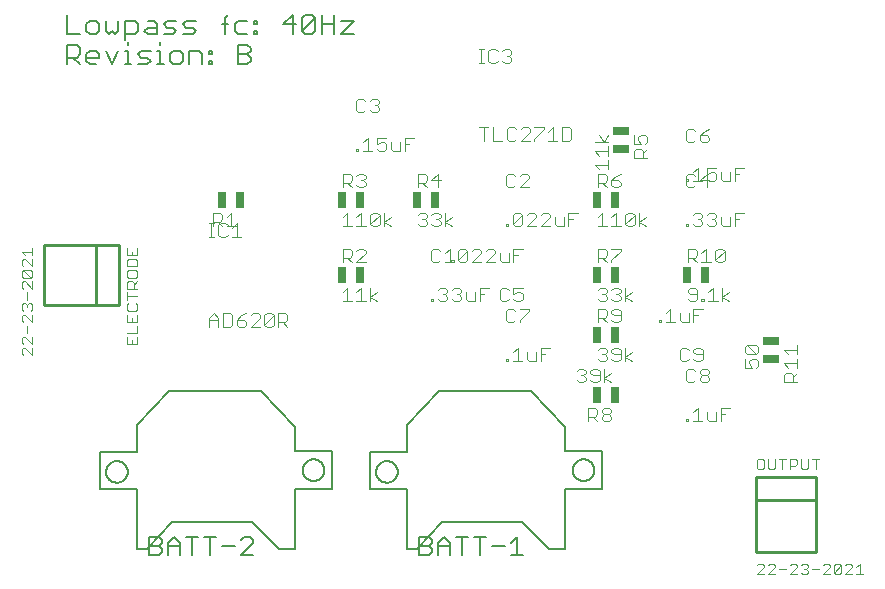
<source format=gto>
G75*
%MOIN*%
%OFA0B0*%
%FSLAX25Y25*%
%IPPOS*%
%LPD*%
%AMOC8*
5,1,8,0,0,1.08239X$1,22.5*
%
%ADD10C,0.00600*%
%ADD11C,0.00500*%
%ADD12C,0.00400*%
%ADD13C,0.01000*%
%ADD14R,0.02559X0.05512*%
%ADD15R,0.05512X0.02559*%
D10*
X0018300Y0177100D02*
X0018300Y0183505D01*
X0021503Y0183505D01*
X0022570Y0182438D01*
X0022570Y0180303D01*
X0021503Y0179235D01*
X0018300Y0179235D01*
X0020435Y0179235D02*
X0022570Y0177100D01*
X0024745Y0178168D02*
X0024745Y0180303D01*
X0025813Y0181370D01*
X0027948Y0181370D01*
X0029016Y0180303D01*
X0029016Y0179235D01*
X0024745Y0179235D01*
X0024745Y0178168D02*
X0025813Y0177100D01*
X0027948Y0177100D01*
X0031191Y0181370D02*
X0033326Y0177100D01*
X0035461Y0181370D01*
X0037636Y0181370D02*
X0038704Y0181370D01*
X0038704Y0177100D01*
X0037636Y0177100D02*
X0039772Y0177100D01*
X0041933Y0177100D02*
X0045136Y0177100D01*
X0046204Y0178168D01*
X0045136Y0179235D01*
X0043001Y0179235D01*
X0041933Y0180303D01*
X0043001Y0181370D01*
X0046204Y0181370D01*
X0048379Y0181370D02*
X0049447Y0181370D01*
X0049447Y0177100D01*
X0050514Y0177100D02*
X0048379Y0177100D01*
X0052676Y0178168D02*
X0052676Y0180303D01*
X0053744Y0181370D01*
X0055879Y0181370D01*
X0056946Y0180303D01*
X0056946Y0178168D01*
X0055879Y0177100D01*
X0053744Y0177100D01*
X0052676Y0178168D01*
X0049447Y0183505D02*
X0049447Y0184573D01*
X0050527Y0187100D02*
X0053730Y0187100D01*
X0054798Y0188168D01*
X0053730Y0189235D01*
X0051595Y0189235D01*
X0050527Y0190303D01*
X0051595Y0191370D01*
X0054798Y0191370D01*
X0056973Y0190303D02*
X0058041Y0191370D01*
X0061243Y0191370D01*
X0060176Y0189235D02*
X0058041Y0189235D01*
X0056973Y0190303D01*
X0060176Y0189235D02*
X0061243Y0188168D01*
X0060176Y0187100D01*
X0056973Y0187100D01*
X0059121Y0181370D02*
X0062324Y0181370D01*
X0063392Y0180303D01*
X0063392Y0177100D01*
X0065567Y0177100D02*
X0065567Y0178168D01*
X0066635Y0178168D01*
X0066635Y0177100D01*
X0065567Y0177100D01*
X0065567Y0180303D02*
X0065567Y0181370D01*
X0066635Y0181370D01*
X0066635Y0180303D01*
X0065567Y0180303D01*
X0059121Y0181370D02*
X0059121Y0177100D01*
X0048352Y0187100D02*
X0045150Y0187100D01*
X0044082Y0188168D01*
X0045150Y0189235D01*
X0048352Y0189235D01*
X0048352Y0190303D02*
X0048352Y0187100D01*
X0048352Y0190303D02*
X0047285Y0191370D01*
X0045150Y0191370D01*
X0041907Y0190303D02*
X0041907Y0188168D01*
X0040839Y0187100D01*
X0037636Y0187100D01*
X0037636Y0184965D02*
X0037636Y0191370D01*
X0040839Y0191370D01*
X0041907Y0190303D01*
X0035461Y0191370D02*
X0035461Y0188168D01*
X0034394Y0187100D01*
X0033326Y0188168D01*
X0032259Y0187100D01*
X0031191Y0188168D01*
X0031191Y0191370D01*
X0029016Y0190303D02*
X0029016Y0188168D01*
X0027948Y0187100D01*
X0025813Y0187100D01*
X0024745Y0188168D01*
X0024745Y0190303D01*
X0025813Y0191370D01*
X0027948Y0191370D01*
X0029016Y0190303D01*
X0022570Y0187100D02*
X0018300Y0187100D01*
X0018300Y0193505D01*
X0038704Y0184573D02*
X0038704Y0183505D01*
X0069864Y0190303D02*
X0071999Y0190303D01*
X0074161Y0190303D02*
X0074161Y0188168D01*
X0075229Y0187100D01*
X0078431Y0187100D01*
X0080606Y0187100D02*
X0080606Y0188168D01*
X0081674Y0188168D01*
X0081674Y0187100D01*
X0080606Y0187100D01*
X0080606Y0190303D02*
X0080606Y0191370D01*
X0081674Y0191370D01*
X0081674Y0190303D01*
X0080606Y0190303D01*
X0078431Y0191370D02*
X0075229Y0191370D01*
X0074161Y0190303D01*
X0071999Y0193505D02*
X0070932Y0192438D01*
X0070932Y0187100D01*
X0075235Y0183505D02*
X0078438Y0183505D01*
X0079506Y0182438D01*
X0079506Y0181370D01*
X0078438Y0180303D01*
X0075235Y0180303D01*
X0075235Y0183505D02*
X0075235Y0177100D01*
X0078438Y0177100D01*
X0079506Y0178168D01*
X0079506Y0179235D01*
X0078438Y0180303D01*
X0090275Y0190303D02*
X0094545Y0190303D01*
X0096720Y0188168D02*
X0096720Y0192438D01*
X0097788Y0193505D01*
X0099923Y0193505D01*
X0100991Y0192438D01*
X0096720Y0188168D01*
X0097788Y0187100D01*
X0099923Y0187100D01*
X0100991Y0188168D01*
X0100991Y0192438D01*
X0103166Y0193505D02*
X0103166Y0187100D01*
X0103166Y0190303D02*
X0107436Y0190303D01*
X0109611Y0191370D02*
X0113882Y0191370D01*
X0109611Y0187100D01*
X0113882Y0187100D01*
X0107436Y0187100D02*
X0107436Y0193505D01*
X0093477Y0193505D02*
X0093477Y0187100D01*
X0090275Y0190303D02*
X0093477Y0193505D01*
D11*
X0045000Y0015611D02*
X0041780Y0015611D01*
X0041780Y0035343D01*
X0029260Y0035343D01*
X0029260Y0047863D01*
X0041780Y0047863D01*
X0041780Y0056863D01*
X0052331Y0068020D01*
X0083063Y0068020D01*
X0094220Y0056257D01*
X0094220Y0048257D01*
X0106740Y0048257D01*
X0106740Y0035343D01*
X0094220Y0035343D01*
X0094220Y0015611D01*
X0089000Y0015611D01*
X0080000Y0024461D01*
X0053425Y0024461D01*
X0045000Y0015611D01*
X0045787Y0016447D02*
X0048839Y0016447D01*
X0049857Y0015430D01*
X0049857Y0014412D01*
X0048839Y0013395D01*
X0045787Y0013395D01*
X0045787Y0019500D01*
X0048839Y0019500D01*
X0049857Y0018483D01*
X0049857Y0017465D01*
X0048839Y0016447D01*
X0051864Y0016447D02*
X0055934Y0016447D01*
X0055934Y0017465D02*
X0055934Y0013395D01*
X0059976Y0013395D02*
X0059976Y0019500D01*
X0057941Y0019500D02*
X0062011Y0019500D01*
X0064018Y0019500D02*
X0068089Y0019500D01*
X0066053Y0019500D02*
X0066053Y0013395D01*
X0070096Y0016447D02*
X0074166Y0016447D01*
X0076173Y0018483D02*
X0077190Y0019500D01*
X0079225Y0019500D01*
X0080243Y0018483D01*
X0080243Y0017465D01*
X0076173Y0013395D01*
X0080243Y0013395D01*
X0055934Y0017465D02*
X0053899Y0019500D01*
X0051864Y0017465D01*
X0051864Y0013395D01*
X0031323Y0041194D02*
X0031325Y0041314D01*
X0031331Y0041434D01*
X0031341Y0041553D01*
X0031355Y0041672D01*
X0031373Y0041791D01*
X0031394Y0041909D01*
X0031420Y0042026D01*
X0031450Y0042142D01*
X0031483Y0042257D01*
X0031520Y0042371D01*
X0031561Y0042483D01*
X0031606Y0042595D01*
X0031655Y0042704D01*
X0031707Y0042812D01*
X0031762Y0042919D01*
X0031821Y0043023D01*
X0031884Y0043125D01*
X0031950Y0043225D01*
X0032019Y0043323D01*
X0032091Y0043419D01*
X0032167Y0043512D01*
X0032245Y0043602D01*
X0032327Y0043690D01*
X0032411Y0043775D01*
X0032498Y0043858D01*
X0032588Y0043937D01*
X0032681Y0044013D01*
X0032776Y0044086D01*
X0032873Y0044156D01*
X0032973Y0044223D01*
X0033074Y0044286D01*
X0033178Y0044346D01*
X0033284Y0044403D01*
X0033391Y0044456D01*
X0033501Y0044505D01*
X0033612Y0044551D01*
X0033724Y0044593D01*
X0033838Y0044631D01*
X0033952Y0044665D01*
X0034068Y0044696D01*
X0034185Y0044722D01*
X0034303Y0044745D01*
X0034421Y0044764D01*
X0034540Y0044779D01*
X0034660Y0044790D01*
X0034779Y0044797D01*
X0034899Y0044800D01*
X0035019Y0044799D01*
X0035139Y0044794D01*
X0035258Y0044785D01*
X0035377Y0044772D01*
X0035496Y0044755D01*
X0035614Y0044734D01*
X0035731Y0044710D01*
X0035848Y0044681D01*
X0035963Y0044649D01*
X0036077Y0044612D01*
X0036190Y0044572D01*
X0036302Y0044528D01*
X0036412Y0044481D01*
X0036521Y0044430D01*
X0036627Y0044375D01*
X0036732Y0044317D01*
X0036835Y0044255D01*
X0036936Y0044190D01*
X0037034Y0044122D01*
X0037130Y0044050D01*
X0037224Y0043976D01*
X0037315Y0043898D01*
X0037404Y0043817D01*
X0037489Y0043733D01*
X0037572Y0043647D01*
X0037652Y0043557D01*
X0037730Y0043466D01*
X0037803Y0043371D01*
X0037874Y0043275D01*
X0037942Y0043176D01*
X0038006Y0043074D01*
X0038067Y0042971D01*
X0038124Y0042866D01*
X0038178Y0042759D01*
X0038228Y0042650D01*
X0038275Y0042539D01*
X0038318Y0042427D01*
X0038357Y0042314D01*
X0038392Y0042199D01*
X0038423Y0042084D01*
X0038451Y0041967D01*
X0038475Y0041850D01*
X0038495Y0041731D01*
X0038511Y0041613D01*
X0038523Y0041493D01*
X0038531Y0041374D01*
X0038535Y0041254D01*
X0038535Y0041134D01*
X0038531Y0041014D01*
X0038523Y0040895D01*
X0038511Y0040775D01*
X0038495Y0040657D01*
X0038475Y0040538D01*
X0038451Y0040421D01*
X0038423Y0040304D01*
X0038392Y0040189D01*
X0038357Y0040074D01*
X0038318Y0039961D01*
X0038275Y0039849D01*
X0038228Y0039738D01*
X0038178Y0039629D01*
X0038124Y0039522D01*
X0038067Y0039417D01*
X0038006Y0039314D01*
X0037942Y0039212D01*
X0037874Y0039113D01*
X0037803Y0039017D01*
X0037730Y0038922D01*
X0037652Y0038831D01*
X0037572Y0038741D01*
X0037489Y0038655D01*
X0037404Y0038571D01*
X0037315Y0038490D01*
X0037224Y0038412D01*
X0037130Y0038338D01*
X0037034Y0038266D01*
X0036936Y0038198D01*
X0036835Y0038133D01*
X0036732Y0038071D01*
X0036627Y0038013D01*
X0036521Y0037958D01*
X0036412Y0037907D01*
X0036302Y0037860D01*
X0036190Y0037816D01*
X0036077Y0037776D01*
X0035963Y0037739D01*
X0035848Y0037707D01*
X0035731Y0037678D01*
X0035614Y0037654D01*
X0035496Y0037633D01*
X0035377Y0037616D01*
X0035258Y0037603D01*
X0035139Y0037594D01*
X0035019Y0037589D01*
X0034899Y0037588D01*
X0034779Y0037591D01*
X0034660Y0037598D01*
X0034540Y0037609D01*
X0034421Y0037624D01*
X0034303Y0037643D01*
X0034185Y0037666D01*
X0034068Y0037692D01*
X0033952Y0037723D01*
X0033838Y0037757D01*
X0033724Y0037795D01*
X0033612Y0037837D01*
X0033501Y0037883D01*
X0033391Y0037932D01*
X0033284Y0037985D01*
X0033178Y0038042D01*
X0033074Y0038102D01*
X0032973Y0038165D01*
X0032873Y0038232D01*
X0032776Y0038302D01*
X0032681Y0038375D01*
X0032588Y0038451D01*
X0032498Y0038530D01*
X0032411Y0038613D01*
X0032327Y0038698D01*
X0032245Y0038786D01*
X0032167Y0038876D01*
X0032091Y0038969D01*
X0032019Y0039065D01*
X0031950Y0039163D01*
X0031884Y0039263D01*
X0031821Y0039365D01*
X0031762Y0039469D01*
X0031707Y0039576D01*
X0031655Y0039684D01*
X0031606Y0039793D01*
X0031561Y0039905D01*
X0031520Y0040017D01*
X0031483Y0040131D01*
X0031450Y0040246D01*
X0031420Y0040362D01*
X0031394Y0040479D01*
X0031373Y0040597D01*
X0031355Y0040716D01*
X0031341Y0040835D01*
X0031331Y0040954D01*
X0031325Y0041074D01*
X0031323Y0041194D01*
X0096890Y0041800D02*
X0096892Y0041920D01*
X0096898Y0042040D01*
X0096908Y0042159D01*
X0096922Y0042278D01*
X0096940Y0042397D01*
X0096961Y0042515D01*
X0096987Y0042632D01*
X0097017Y0042748D01*
X0097050Y0042863D01*
X0097087Y0042977D01*
X0097128Y0043089D01*
X0097173Y0043201D01*
X0097222Y0043310D01*
X0097274Y0043418D01*
X0097329Y0043525D01*
X0097388Y0043629D01*
X0097451Y0043731D01*
X0097517Y0043831D01*
X0097586Y0043929D01*
X0097658Y0044025D01*
X0097734Y0044118D01*
X0097812Y0044208D01*
X0097894Y0044296D01*
X0097978Y0044381D01*
X0098065Y0044464D01*
X0098155Y0044543D01*
X0098248Y0044619D01*
X0098343Y0044692D01*
X0098440Y0044762D01*
X0098540Y0044829D01*
X0098641Y0044892D01*
X0098745Y0044952D01*
X0098851Y0045009D01*
X0098958Y0045062D01*
X0099068Y0045111D01*
X0099179Y0045157D01*
X0099291Y0045199D01*
X0099405Y0045237D01*
X0099519Y0045271D01*
X0099635Y0045302D01*
X0099752Y0045328D01*
X0099870Y0045351D01*
X0099988Y0045370D01*
X0100107Y0045385D01*
X0100227Y0045396D01*
X0100346Y0045403D01*
X0100466Y0045406D01*
X0100586Y0045405D01*
X0100706Y0045400D01*
X0100825Y0045391D01*
X0100944Y0045378D01*
X0101063Y0045361D01*
X0101181Y0045340D01*
X0101298Y0045316D01*
X0101415Y0045287D01*
X0101530Y0045255D01*
X0101644Y0045218D01*
X0101757Y0045178D01*
X0101869Y0045134D01*
X0101979Y0045087D01*
X0102088Y0045036D01*
X0102194Y0044981D01*
X0102299Y0044923D01*
X0102402Y0044861D01*
X0102503Y0044796D01*
X0102601Y0044728D01*
X0102697Y0044656D01*
X0102791Y0044582D01*
X0102882Y0044504D01*
X0102971Y0044423D01*
X0103056Y0044339D01*
X0103139Y0044253D01*
X0103219Y0044163D01*
X0103297Y0044072D01*
X0103370Y0043977D01*
X0103441Y0043881D01*
X0103509Y0043782D01*
X0103573Y0043680D01*
X0103634Y0043577D01*
X0103691Y0043472D01*
X0103745Y0043365D01*
X0103795Y0043256D01*
X0103842Y0043145D01*
X0103885Y0043033D01*
X0103924Y0042920D01*
X0103959Y0042805D01*
X0103990Y0042690D01*
X0104018Y0042573D01*
X0104042Y0042456D01*
X0104062Y0042337D01*
X0104078Y0042219D01*
X0104090Y0042099D01*
X0104098Y0041980D01*
X0104102Y0041860D01*
X0104102Y0041740D01*
X0104098Y0041620D01*
X0104090Y0041501D01*
X0104078Y0041381D01*
X0104062Y0041263D01*
X0104042Y0041144D01*
X0104018Y0041027D01*
X0103990Y0040910D01*
X0103959Y0040795D01*
X0103924Y0040680D01*
X0103885Y0040567D01*
X0103842Y0040455D01*
X0103795Y0040344D01*
X0103745Y0040235D01*
X0103691Y0040128D01*
X0103634Y0040023D01*
X0103573Y0039920D01*
X0103509Y0039818D01*
X0103441Y0039719D01*
X0103370Y0039623D01*
X0103297Y0039528D01*
X0103219Y0039437D01*
X0103139Y0039347D01*
X0103056Y0039261D01*
X0102971Y0039177D01*
X0102882Y0039096D01*
X0102791Y0039018D01*
X0102697Y0038944D01*
X0102601Y0038872D01*
X0102503Y0038804D01*
X0102402Y0038739D01*
X0102299Y0038677D01*
X0102194Y0038619D01*
X0102088Y0038564D01*
X0101979Y0038513D01*
X0101869Y0038466D01*
X0101757Y0038422D01*
X0101644Y0038382D01*
X0101530Y0038345D01*
X0101415Y0038313D01*
X0101298Y0038284D01*
X0101181Y0038260D01*
X0101063Y0038239D01*
X0100944Y0038222D01*
X0100825Y0038209D01*
X0100706Y0038200D01*
X0100586Y0038195D01*
X0100466Y0038194D01*
X0100346Y0038197D01*
X0100227Y0038204D01*
X0100107Y0038215D01*
X0099988Y0038230D01*
X0099870Y0038249D01*
X0099752Y0038272D01*
X0099635Y0038298D01*
X0099519Y0038329D01*
X0099405Y0038363D01*
X0099291Y0038401D01*
X0099179Y0038443D01*
X0099068Y0038489D01*
X0098958Y0038538D01*
X0098851Y0038591D01*
X0098745Y0038648D01*
X0098641Y0038708D01*
X0098540Y0038771D01*
X0098440Y0038838D01*
X0098343Y0038908D01*
X0098248Y0038981D01*
X0098155Y0039057D01*
X0098065Y0039136D01*
X0097978Y0039219D01*
X0097894Y0039304D01*
X0097812Y0039392D01*
X0097734Y0039482D01*
X0097658Y0039575D01*
X0097586Y0039671D01*
X0097517Y0039769D01*
X0097451Y0039869D01*
X0097388Y0039971D01*
X0097329Y0040075D01*
X0097274Y0040182D01*
X0097222Y0040290D01*
X0097173Y0040399D01*
X0097128Y0040511D01*
X0097087Y0040623D01*
X0097050Y0040737D01*
X0097017Y0040852D01*
X0096987Y0040968D01*
X0096961Y0041085D01*
X0096940Y0041203D01*
X0096922Y0041322D01*
X0096908Y0041441D01*
X0096898Y0041560D01*
X0096892Y0041680D01*
X0096890Y0041800D01*
X0119260Y0047863D02*
X0119260Y0035343D01*
X0131780Y0035343D01*
X0131780Y0015611D01*
X0135000Y0015611D01*
X0143425Y0024461D01*
X0170000Y0024461D01*
X0179000Y0015611D01*
X0184220Y0015611D01*
X0184220Y0035343D01*
X0196740Y0035343D01*
X0196740Y0048257D01*
X0184220Y0048257D01*
X0184220Y0056257D01*
X0173063Y0068020D01*
X0142331Y0068020D01*
X0131780Y0056863D01*
X0131780Y0047863D01*
X0119260Y0047863D01*
X0121323Y0041194D02*
X0121325Y0041314D01*
X0121331Y0041434D01*
X0121341Y0041553D01*
X0121355Y0041672D01*
X0121373Y0041791D01*
X0121394Y0041909D01*
X0121420Y0042026D01*
X0121450Y0042142D01*
X0121483Y0042257D01*
X0121520Y0042371D01*
X0121561Y0042483D01*
X0121606Y0042595D01*
X0121655Y0042704D01*
X0121707Y0042812D01*
X0121762Y0042919D01*
X0121821Y0043023D01*
X0121884Y0043125D01*
X0121950Y0043225D01*
X0122019Y0043323D01*
X0122091Y0043419D01*
X0122167Y0043512D01*
X0122245Y0043602D01*
X0122327Y0043690D01*
X0122411Y0043775D01*
X0122498Y0043858D01*
X0122588Y0043937D01*
X0122681Y0044013D01*
X0122776Y0044086D01*
X0122873Y0044156D01*
X0122973Y0044223D01*
X0123074Y0044286D01*
X0123178Y0044346D01*
X0123284Y0044403D01*
X0123391Y0044456D01*
X0123501Y0044505D01*
X0123612Y0044551D01*
X0123724Y0044593D01*
X0123838Y0044631D01*
X0123952Y0044665D01*
X0124068Y0044696D01*
X0124185Y0044722D01*
X0124303Y0044745D01*
X0124421Y0044764D01*
X0124540Y0044779D01*
X0124660Y0044790D01*
X0124779Y0044797D01*
X0124899Y0044800D01*
X0125019Y0044799D01*
X0125139Y0044794D01*
X0125258Y0044785D01*
X0125377Y0044772D01*
X0125496Y0044755D01*
X0125614Y0044734D01*
X0125731Y0044710D01*
X0125848Y0044681D01*
X0125963Y0044649D01*
X0126077Y0044612D01*
X0126190Y0044572D01*
X0126302Y0044528D01*
X0126412Y0044481D01*
X0126521Y0044430D01*
X0126627Y0044375D01*
X0126732Y0044317D01*
X0126835Y0044255D01*
X0126936Y0044190D01*
X0127034Y0044122D01*
X0127130Y0044050D01*
X0127224Y0043976D01*
X0127315Y0043898D01*
X0127404Y0043817D01*
X0127489Y0043733D01*
X0127572Y0043647D01*
X0127652Y0043557D01*
X0127730Y0043466D01*
X0127803Y0043371D01*
X0127874Y0043275D01*
X0127942Y0043176D01*
X0128006Y0043074D01*
X0128067Y0042971D01*
X0128124Y0042866D01*
X0128178Y0042759D01*
X0128228Y0042650D01*
X0128275Y0042539D01*
X0128318Y0042427D01*
X0128357Y0042314D01*
X0128392Y0042199D01*
X0128423Y0042084D01*
X0128451Y0041967D01*
X0128475Y0041850D01*
X0128495Y0041731D01*
X0128511Y0041613D01*
X0128523Y0041493D01*
X0128531Y0041374D01*
X0128535Y0041254D01*
X0128535Y0041134D01*
X0128531Y0041014D01*
X0128523Y0040895D01*
X0128511Y0040775D01*
X0128495Y0040657D01*
X0128475Y0040538D01*
X0128451Y0040421D01*
X0128423Y0040304D01*
X0128392Y0040189D01*
X0128357Y0040074D01*
X0128318Y0039961D01*
X0128275Y0039849D01*
X0128228Y0039738D01*
X0128178Y0039629D01*
X0128124Y0039522D01*
X0128067Y0039417D01*
X0128006Y0039314D01*
X0127942Y0039212D01*
X0127874Y0039113D01*
X0127803Y0039017D01*
X0127730Y0038922D01*
X0127652Y0038831D01*
X0127572Y0038741D01*
X0127489Y0038655D01*
X0127404Y0038571D01*
X0127315Y0038490D01*
X0127224Y0038412D01*
X0127130Y0038338D01*
X0127034Y0038266D01*
X0126936Y0038198D01*
X0126835Y0038133D01*
X0126732Y0038071D01*
X0126627Y0038013D01*
X0126521Y0037958D01*
X0126412Y0037907D01*
X0126302Y0037860D01*
X0126190Y0037816D01*
X0126077Y0037776D01*
X0125963Y0037739D01*
X0125848Y0037707D01*
X0125731Y0037678D01*
X0125614Y0037654D01*
X0125496Y0037633D01*
X0125377Y0037616D01*
X0125258Y0037603D01*
X0125139Y0037594D01*
X0125019Y0037589D01*
X0124899Y0037588D01*
X0124779Y0037591D01*
X0124660Y0037598D01*
X0124540Y0037609D01*
X0124421Y0037624D01*
X0124303Y0037643D01*
X0124185Y0037666D01*
X0124068Y0037692D01*
X0123952Y0037723D01*
X0123838Y0037757D01*
X0123724Y0037795D01*
X0123612Y0037837D01*
X0123501Y0037883D01*
X0123391Y0037932D01*
X0123284Y0037985D01*
X0123178Y0038042D01*
X0123074Y0038102D01*
X0122973Y0038165D01*
X0122873Y0038232D01*
X0122776Y0038302D01*
X0122681Y0038375D01*
X0122588Y0038451D01*
X0122498Y0038530D01*
X0122411Y0038613D01*
X0122327Y0038698D01*
X0122245Y0038786D01*
X0122167Y0038876D01*
X0122091Y0038969D01*
X0122019Y0039065D01*
X0121950Y0039163D01*
X0121884Y0039263D01*
X0121821Y0039365D01*
X0121762Y0039469D01*
X0121707Y0039576D01*
X0121655Y0039684D01*
X0121606Y0039793D01*
X0121561Y0039905D01*
X0121520Y0040017D01*
X0121483Y0040131D01*
X0121450Y0040246D01*
X0121420Y0040362D01*
X0121394Y0040479D01*
X0121373Y0040597D01*
X0121355Y0040716D01*
X0121341Y0040835D01*
X0121331Y0040954D01*
X0121325Y0041074D01*
X0121323Y0041194D01*
X0135787Y0019500D02*
X0138839Y0019500D01*
X0139857Y0018483D01*
X0139857Y0017465D01*
X0138839Y0016447D01*
X0135787Y0016447D01*
X0135787Y0013395D02*
X0138839Y0013395D01*
X0139857Y0014412D01*
X0139857Y0015430D01*
X0138839Y0016447D01*
X0141864Y0016447D02*
X0145934Y0016447D01*
X0145934Y0017465D02*
X0145934Y0013395D01*
X0141864Y0013395D02*
X0141864Y0017465D01*
X0143899Y0019500D01*
X0145934Y0017465D01*
X0147941Y0019500D02*
X0152011Y0019500D01*
X0154018Y0019500D02*
X0158089Y0019500D01*
X0156053Y0019500D02*
X0156053Y0013395D01*
X0160096Y0016447D02*
X0164166Y0016447D01*
X0166173Y0017465D02*
X0168208Y0019500D01*
X0168208Y0013395D01*
X0166173Y0013395D02*
X0170243Y0013395D01*
X0149976Y0013395D02*
X0149976Y0019500D01*
X0135787Y0019500D02*
X0135787Y0013395D01*
X0186890Y0041800D02*
X0186892Y0041920D01*
X0186898Y0042040D01*
X0186908Y0042159D01*
X0186922Y0042278D01*
X0186940Y0042397D01*
X0186961Y0042515D01*
X0186987Y0042632D01*
X0187017Y0042748D01*
X0187050Y0042863D01*
X0187087Y0042977D01*
X0187128Y0043089D01*
X0187173Y0043201D01*
X0187222Y0043310D01*
X0187274Y0043418D01*
X0187329Y0043525D01*
X0187388Y0043629D01*
X0187451Y0043731D01*
X0187517Y0043831D01*
X0187586Y0043929D01*
X0187658Y0044025D01*
X0187734Y0044118D01*
X0187812Y0044208D01*
X0187894Y0044296D01*
X0187978Y0044381D01*
X0188065Y0044464D01*
X0188155Y0044543D01*
X0188248Y0044619D01*
X0188343Y0044692D01*
X0188440Y0044762D01*
X0188540Y0044829D01*
X0188641Y0044892D01*
X0188745Y0044952D01*
X0188851Y0045009D01*
X0188958Y0045062D01*
X0189068Y0045111D01*
X0189179Y0045157D01*
X0189291Y0045199D01*
X0189405Y0045237D01*
X0189519Y0045271D01*
X0189635Y0045302D01*
X0189752Y0045328D01*
X0189870Y0045351D01*
X0189988Y0045370D01*
X0190107Y0045385D01*
X0190227Y0045396D01*
X0190346Y0045403D01*
X0190466Y0045406D01*
X0190586Y0045405D01*
X0190706Y0045400D01*
X0190825Y0045391D01*
X0190944Y0045378D01*
X0191063Y0045361D01*
X0191181Y0045340D01*
X0191298Y0045316D01*
X0191415Y0045287D01*
X0191530Y0045255D01*
X0191644Y0045218D01*
X0191757Y0045178D01*
X0191869Y0045134D01*
X0191979Y0045087D01*
X0192088Y0045036D01*
X0192194Y0044981D01*
X0192299Y0044923D01*
X0192402Y0044861D01*
X0192503Y0044796D01*
X0192601Y0044728D01*
X0192697Y0044656D01*
X0192791Y0044582D01*
X0192882Y0044504D01*
X0192971Y0044423D01*
X0193056Y0044339D01*
X0193139Y0044253D01*
X0193219Y0044163D01*
X0193297Y0044072D01*
X0193370Y0043977D01*
X0193441Y0043881D01*
X0193509Y0043782D01*
X0193573Y0043680D01*
X0193634Y0043577D01*
X0193691Y0043472D01*
X0193745Y0043365D01*
X0193795Y0043256D01*
X0193842Y0043145D01*
X0193885Y0043033D01*
X0193924Y0042920D01*
X0193959Y0042805D01*
X0193990Y0042690D01*
X0194018Y0042573D01*
X0194042Y0042456D01*
X0194062Y0042337D01*
X0194078Y0042219D01*
X0194090Y0042099D01*
X0194098Y0041980D01*
X0194102Y0041860D01*
X0194102Y0041740D01*
X0194098Y0041620D01*
X0194090Y0041501D01*
X0194078Y0041381D01*
X0194062Y0041263D01*
X0194042Y0041144D01*
X0194018Y0041027D01*
X0193990Y0040910D01*
X0193959Y0040795D01*
X0193924Y0040680D01*
X0193885Y0040567D01*
X0193842Y0040455D01*
X0193795Y0040344D01*
X0193745Y0040235D01*
X0193691Y0040128D01*
X0193634Y0040023D01*
X0193573Y0039920D01*
X0193509Y0039818D01*
X0193441Y0039719D01*
X0193370Y0039623D01*
X0193297Y0039528D01*
X0193219Y0039437D01*
X0193139Y0039347D01*
X0193056Y0039261D01*
X0192971Y0039177D01*
X0192882Y0039096D01*
X0192791Y0039018D01*
X0192697Y0038944D01*
X0192601Y0038872D01*
X0192503Y0038804D01*
X0192402Y0038739D01*
X0192299Y0038677D01*
X0192194Y0038619D01*
X0192088Y0038564D01*
X0191979Y0038513D01*
X0191869Y0038466D01*
X0191757Y0038422D01*
X0191644Y0038382D01*
X0191530Y0038345D01*
X0191415Y0038313D01*
X0191298Y0038284D01*
X0191181Y0038260D01*
X0191063Y0038239D01*
X0190944Y0038222D01*
X0190825Y0038209D01*
X0190706Y0038200D01*
X0190586Y0038195D01*
X0190466Y0038194D01*
X0190346Y0038197D01*
X0190227Y0038204D01*
X0190107Y0038215D01*
X0189988Y0038230D01*
X0189870Y0038249D01*
X0189752Y0038272D01*
X0189635Y0038298D01*
X0189519Y0038329D01*
X0189405Y0038363D01*
X0189291Y0038401D01*
X0189179Y0038443D01*
X0189068Y0038489D01*
X0188958Y0038538D01*
X0188851Y0038591D01*
X0188745Y0038648D01*
X0188641Y0038708D01*
X0188540Y0038771D01*
X0188440Y0038838D01*
X0188343Y0038908D01*
X0188248Y0038981D01*
X0188155Y0039057D01*
X0188065Y0039136D01*
X0187978Y0039219D01*
X0187894Y0039304D01*
X0187812Y0039392D01*
X0187734Y0039482D01*
X0187658Y0039575D01*
X0187586Y0039671D01*
X0187517Y0039769D01*
X0187451Y0039869D01*
X0187388Y0039971D01*
X0187329Y0040075D01*
X0187274Y0040182D01*
X0187222Y0040290D01*
X0187173Y0040399D01*
X0187128Y0040511D01*
X0187087Y0040623D01*
X0187050Y0040737D01*
X0187017Y0040852D01*
X0186987Y0040968D01*
X0186961Y0041085D01*
X0186940Y0041203D01*
X0186922Y0041322D01*
X0186908Y0041441D01*
X0186898Y0041560D01*
X0186892Y0041680D01*
X0186890Y0041800D01*
D12*
X0191992Y0058000D02*
X0191992Y0062604D01*
X0194294Y0062604D01*
X0195061Y0061837D01*
X0195061Y0060302D01*
X0194294Y0059535D01*
X0191992Y0059535D01*
X0193527Y0059535D02*
X0195061Y0058000D01*
X0196596Y0058767D02*
X0196596Y0059535D01*
X0197363Y0060302D01*
X0198898Y0060302D01*
X0199665Y0059535D01*
X0199665Y0058767D01*
X0198898Y0058000D01*
X0197363Y0058000D01*
X0196596Y0058767D01*
X0197363Y0060302D02*
X0196596Y0061069D01*
X0196596Y0061837D01*
X0197363Y0062604D01*
X0198898Y0062604D01*
X0199665Y0061837D01*
X0199665Y0061069D01*
X0198898Y0060302D01*
X0199665Y0071000D02*
X0197363Y0072535D01*
X0199665Y0074069D01*
X0197363Y0075604D02*
X0197363Y0071000D01*
X0195829Y0071767D02*
X0195829Y0074837D01*
X0195061Y0075604D01*
X0193527Y0075604D01*
X0192759Y0074837D01*
X0192759Y0074069D01*
X0193527Y0073302D01*
X0195829Y0073302D01*
X0195829Y0071767D02*
X0195061Y0071000D01*
X0193527Y0071000D01*
X0192759Y0071767D01*
X0191225Y0071767D02*
X0190457Y0071000D01*
X0188923Y0071000D01*
X0188156Y0071767D01*
X0189690Y0073302D02*
X0190457Y0073302D01*
X0191225Y0072535D01*
X0191225Y0071767D01*
X0190457Y0073302D02*
X0191225Y0074069D01*
X0191225Y0074837D01*
X0190457Y0075604D01*
X0188923Y0075604D01*
X0188156Y0074837D01*
X0195200Y0078767D02*
X0195967Y0078000D01*
X0197502Y0078000D01*
X0198269Y0078767D01*
X0198269Y0079535D01*
X0197502Y0080302D01*
X0196735Y0080302D01*
X0197502Y0080302D02*
X0198269Y0081069D01*
X0198269Y0081837D01*
X0197502Y0082604D01*
X0195967Y0082604D01*
X0195200Y0081837D01*
X0199804Y0081837D02*
X0199804Y0081069D01*
X0200571Y0080302D01*
X0202873Y0080302D01*
X0202873Y0078767D02*
X0202873Y0081837D01*
X0202106Y0082604D01*
X0200571Y0082604D01*
X0199804Y0081837D01*
X0199804Y0078767D02*
X0200571Y0078000D01*
X0202106Y0078000D01*
X0202873Y0078767D01*
X0204408Y0078000D02*
X0204408Y0082604D01*
X0206710Y0081069D02*
X0204408Y0079535D01*
X0206710Y0078000D01*
X0222492Y0078767D02*
X0223259Y0078000D01*
X0224794Y0078000D01*
X0225561Y0078767D01*
X0227096Y0078767D02*
X0227863Y0078000D01*
X0229398Y0078000D01*
X0230165Y0078767D01*
X0230165Y0081837D01*
X0229398Y0082604D01*
X0227863Y0082604D01*
X0227096Y0081837D01*
X0227096Y0081069D01*
X0227863Y0080302D01*
X0230165Y0080302D01*
X0225561Y0081837D02*
X0224794Y0082604D01*
X0223259Y0082604D01*
X0222492Y0081837D01*
X0222492Y0078767D01*
X0225467Y0075604D02*
X0224700Y0074837D01*
X0224700Y0071767D01*
X0225467Y0071000D01*
X0227002Y0071000D01*
X0227769Y0071767D01*
X0229304Y0071767D02*
X0229304Y0072535D01*
X0230071Y0073302D01*
X0231606Y0073302D01*
X0232373Y0072535D01*
X0232373Y0071767D01*
X0231606Y0071000D01*
X0230071Y0071000D01*
X0229304Y0071767D01*
X0230071Y0073302D02*
X0229304Y0074069D01*
X0229304Y0074837D01*
X0230071Y0075604D01*
X0231606Y0075604D01*
X0232373Y0074837D01*
X0232373Y0074069D01*
X0231606Y0073302D01*
X0227769Y0074837D02*
X0227002Y0075604D01*
X0225467Y0075604D01*
X0228537Y0062604D02*
X0228537Y0058000D01*
X0230071Y0058000D02*
X0227002Y0058000D01*
X0225467Y0058000D02*
X0225467Y0058767D01*
X0224700Y0058767D01*
X0224700Y0058000D01*
X0225467Y0058000D01*
X0227002Y0061069D02*
X0228537Y0062604D01*
X0231606Y0061069D02*
X0231606Y0058767D01*
X0232373Y0058000D01*
X0234675Y0058000D01*
X0234675Y0061069D01*
X0236210Y0060302D02*
X0237744Y0060302D01*
X0236210Y0058000D02*
X0236210Y0062604D01*
X0239279Y0062604D01*
X0244196Y0075792D02*
X0246498Y0075792D01*
X0245731Y0077327D01*
X0245731Y0078094D01*
X0246498Y0078861D01*
X0248033Y0078861D01*
X0248800Y0078094D01*
X0248800Y0076559D01*
X0248033Y0075792D01*
X0244196Y0075792D02*
X0244196Y0078861D01*
X0244963Y0080396D02*
X0244196Y0081163D01*
X0244196Y0082698D01*
X0244963Y0083465D01*
X0248033Y0080396D01*
X0248800Y0081163D01*
X0248800Y0082698D01*
X0248033Y0083465D01*
X0244963Y0083465D01*
X0244963Y0080396D02*
X0248033Y0080396D01*
X0257196Y0081931D02*
X0258731Y0080396D01*
X0257196Y0081931D02*
X0261800Y0081931D01*
X0261800Y0083465D02*
X0261800Y0080396D01*
X0261800Y0078861D02*
X0261800Y0075792D01*
X0261800Y0074257D02*
X0260265Y0072723D01*
X0260265Y0073490D02*
X0260265Y0071188D01*
X0261800Y0071188D02*
X0257196Y0071188D01*
X0257196Y0073490D01*
X0257963Y0074257D01*
X0259498Y0074257D01*
X0260265Y0073490D01*
X0258731Y0075792D02*
X0257196Y0077327D01*
X0261800Y0077327D01*
X0239012Y0098000D02*
X0236710Y0099535D01*
X0239012Y0101069D01*
X0236710Y0102604D02*
X0236710Y0098000D01*
X0235175Y0098000D02*
X0232106Y0098000D01*
X0233641Y0098000D02*
X0233641Y0102604D01*
X0232106Y0101069D01*
X0230571Y0098767D02*
X0230571Y0098000D01*
X0229804Y0098000D01*
X0229804Y0098767D01*
X0230571Y0098767D01*
X0228269Y0098767D02*
X0227502Y0098000D01*
X0225967Y0098000D01*
X0225200Y0098767D01*
X0225967Y0100302D02*
X0225200Y0101069D01*
X0225200Y0101837D01*
X0225967Y0102604D01*
X0227502Y0102604D01*
X0228269Y0101837D01*
X0228269Y0098767D01*
X0228269Y0100302D02*
X0225967Y0100302D01*
X0227096Y0095604D02*
X0230165Y0095604D01*
X0228631Y0093302D02*
X0227096Y0093302D01*
X0225561Y0094069D02*
X0225561Y0091000D01*
X0223259Y0091000D01*
X0222492Y0091767D01*
X0222492Y0094069D01*
X0219423Y0095604D02*
X0219423Y0091000D01*
X0220957Y0091000D02*
X0217888Y0091000D01*
X0216354Y0091000D02*
X0215586Y0091000D01*
X0215586Y0091767D01*
X0216354Y0091767D01*
X0216354Y0091000D01*
X0217888Y0094069D02*
X0219423Y0095604D01*
X0227096Y0095604D02*
X0227096Y0091000D01*
X0206710Y0098000D02*
X0204408Y0099535D01*
X0206710Y0101069D01*
X0204408Y0102604D02*
X0204408Y0098000D01*
X0202873Y0098767D02*
X0202106Y0098000D01*
X0200571Y0098000D01*
X0199804Y0098767D01*
X0198269Y0098767D02*
X0197502Y0098000D01*
X0195967Y0098000D01*
X0195200Y0098767D01*
X0196735Y0100302D02*
X0197502Y0100302D01*
X0198269Y0099535D01*
X0198269Y0098767D01*
X0197502Y0100302D02*
X0198269Y0101069D01*
X0198269Y0101837D01*
X0197502Y0102604D01*
X0195967Y0102604D01*
X0195200Y0101837D01*
X0199804Y0101837D02*
X0200571Y0102604D01*
X0202106Y0102604D01*
X0202873Y0101837D01*
X0202873Y0101069D01*
X0202106Y0100302D01*
X0202873Y0099535D01*
X0202873Y0098767D01*
X0202106Y0100302D02*
X0201339Y0100302D01*
X0202106Y0095604D02*
X0200571Y0095604D01*
X0199804Y0094837D01*
X0199804Y0094069D01*
X0200571Y0093302D01*
X0202873Y0093302D01*
X0202873Y0091767D02*
X0202873Y0094837D01*
X0202106Y0095604D01*
X0198269Y0094837D02*
X0198269Y0093302D01*
X0197502Y0092535D01*
X0195200Y0092535D01*
X0196735Y0092535D02*
X0198269Y0091000D01*
X0199804Y0091767D02*
X0200571Y0091000D01*
X0202106Y0091000D01*
X0202873Y0091767D01*
X0198269Y0094837D02*
X0197502Y0095604D01*
X0195200Y0095604D01*
X0195200Y0091000D01*
X0179279Y0082604D02*
X0176210Y0082604D01*
X0176210Y0078000D01*
X0174675Y0078000D02*
X0174675Y0081069D01*
X0176210Y0080302D02*
X0177744Y0080302D01*
X0174675Y0078000D02*
X0172373Y0078000D01*
X0171606Y0078767D01*
X0171606Y0081069D01*
X0170071Y0078000D02*
X0167002Y0078000D01*
X0168537Y0078000D02*
X0168537Y0082604D01*
X0167002Y0081069D01*
X0165467Y0078767D02*
X0165467Y0078000D01*
X0164700Y0078000D01*
X0164700Y0078767D01*
X0165467Y0078767D01*
X0165467Y0091000D02*
X0167002Y0091000D01*
X0167769Y0091767D01*
X0169304Y0091767D02*
X0169304Y0091000D01*
X0169304Y0091767D02*
X0172373Y0094837D01*
X0172373Y0095604D01*
X0169304Y0095604D01*
X0167769Y0094837D02*
X0167002Y0095604D01*
X0165467Y0095604D01*
X0164700Y0094837D01*
X0164700Y0091767D01*
X0165467Y0091000D01*
X0164794Y0098000D02*
X0163259Y0098000D01*
X0162492Y0098767D01*
X0162492Y0101837D01*
X0163259Y0102604D01*
X0164794Y0102604D01*
X0165561Y0101837D01*
X0167096Y0102604D02*
X0167096Y0100302D01*
X0168631Y0101069D01*
X0169398Y0101069D01*
X0170165Y0100302D01*
X0170165Y0098767D01*
X0169398Y0098000D01*
X0167863Y0098000D01*
X0167096Y0098767D01*
X0165561Y0098767D02*
X0164794Y0098000D01*
X0167096Y0102604D02*
X0170165Y0102604D01*
X0158883Y0102604D02*
X0155814Y0102604D01*
X0155814Y0098000D01*
X0154279Y0098000D02*
X0154279Y0101069D01*
X0155814Y0100302D02*
X0157348Y0100302D01*
X0154279Y0098000D02*
X0151977Y0098000D01*
X0151210Y0098767D01*
X0151210Y0101069D01*
X0149675Y0101069D02*
X0148908Y0100302D01*
X0149675Y0099535D01*
X0149675Y0098767D01*
X0148908Y0098000D01*
X0147373Y0098000D01*
X0146606Y0098767D01*
X0145071Y0098767D02*
X0144304Y0098000D01*
X0142769Y0098000D01*
X0142002Y0098767D01*
X0140467Y0098767D02*
X0140467Y0098000D01*
X0139700Y0098000D01*
X0139700Y0098767D01*
X0140467Y0098767D01*
X0143537Y0100302D02*
X0144304Y0100302D01*
X0145071Y0099535D01*
X0145071Y0098767D01*
X0144304Y0100302D02*
X0145071Y0101069D01*
X0145071Y0101837D01*
X0144304Y0102604D01*
X0142769Y0102604D01*
X0142002Y0101837D01*
X0146606Y0101837D02*
X0147373Y0102604D01*
X0148908Y0102604D01*
X0149675Y0101837D01*
X0149675Y0101069D01*
X0148908Y0100302D02*
X0148141Y0100302D01*
X0147373Y0111000D02*
X0144304Y0111000D01*
X0145839Y0111000D02*
X0145839Y0115604D01*
X0144304Y0114069D01*
X0142769Y0114837D02*
X0142002Y0115604D01*
X0140467Y0115604D01*
X0139700Y0114837D01*
X0139700Y0111767D01*
X0140467Y0111000D01*
X0142002Y0111000D01*
X0142769Y0111767D01*
X0146378Y0111767D02*
X0147146Y0111767D01*
X0147146Y0111000D01*
X0146378Y0111000D01*
X0146378Y0111767D01*
X0148680Y0111767D02*
X0151750Y0114837D01*
X0151750Y0111767D01*
X0150982Y0111000D01*
X0149448Y0111000D01*
X0148680Y0111767D01*
X0148680Y0114837D01*
X0149448Y0115604D01*
X0150982Y0115604D01*
X0151750Y0114837D01*
X0153284Y0114837D02*
X0154052Y0115604D01*
X0155586Y0115604D01*
X0156354Y0114837D01*
X0156354Y0114069D01*
X0153284Y0111000D01*
X0156354Y0111000D01*
X0157888Y0111000D02*
X0160957Y0114069D01*
X0160957Y0114837D01*
X0160190Y0115604D01*
X0158655Y0115604D01*
X0157888Y0114837D01*
X0157888Y0111000D02*
X0160957Y0111000D01*
X0162492Y0111767D02*
X0162492Y0114069D01*
X0162492Y0111767D02*
X0163259Y0111000D01*
X0165561Y0111000D01*
X0165561Y0114069D01*
X0167096Y0113302D02*
X0168631Y0113302D01*
X0167096Y0115604D02*
X0170165Y0115604D01*
X0167096Y0115604D02*
X0167096Y0111000D01*
X0167769Y0123000D02*
X0167002Y0123767D01*
X0170071Y0126837D01*
X0170071Y0123767D01*
X0169304Y0123000D01*
X0167769Y0123000D01*
X0167002Y0123767D02*
X0167002Y0126837D01*
X0167769Y0127604D01*
X0169304Y0127604D01*
X0170071Y0126837D01*
X0171606Y0126837D02*
X0172373Y0127604D01*
X0173908Y0127604D01*
X0174675Y0126837D01*
X0174675Y0126069D01*
X0171606Y0123000D01*
X0174675Y0123000D01*
X0176210Y0123000D02*
X0179279Y0126069D01*
X0179279Y0126837D01*
X0178512Y0127604D01*
X0176977Y0127604D01*
X0176210Y0126837D01*
X0176210Y0123000D02*
X0179279Y0123000D01*
X0180814Y0123767D02*
X0181581Y0123000D01*
X0183883Y0123000D01*
X0183883Y0126069D01*
X0185418Y0125302D02*
X0186952Y0125302D01*
X0185418Y0127604D02*
X0188487Y0127604D01*
X0185418Y0127604D02*
X0185418Y0123000D01*
X0180814Y0123767D02*
X0180814Y0126069D01*
X0172373Y0136000D02*
X0169304Y0136000D01*
X0172373Y0139069D01*
X0172373Y0139837D01*
X0171606Y0140604D01*
X0170071Y0140604D01*
X0169304Y0139837D01*
X0167769Y0139837D02*
X0167002Y0140604D01*
X0165467Y0140604D01*
X0164700Y0139837D01*
X0164700Y0136767D01*
X0165467Y0136000D01*
X0167002Y0136000D01*
X0167769Y0136767D01*
X0165467Y0123767D02*
X0165467Y0123000D01*
X0164700Y0123000D01*
X0164700Y0123767D01*
X0165467Y0123767D01*
X0146710Y0123000D02*
X0144408Y0124535D01*
X0146710Y0126069D01*
X0144408Y0127604D02*
X0144408Y0123000D01*
X0142873Y0123767D02*
X0142106Y0123000D01*
X0140571Y0123000D01*
X0139804Y0123767D01*
X0138269Y0123767D02*
X0137502Y0123000D01*
X0135967Y0123000D01*
X0135200Y0123767D01*
X0136735Y0125302D02*
X0137502Y0125302D01*
X0138269Y0124535D01*
X0138269Y0123767D01*
X0137502Y0125302D02*
X0138269Y0126069D01*
X0138269Y0126837D01*
X0137502Y0127604D01*
X0135967Y0127604D01*
X0135200Y0126837D01*
X0139804Y0126837D02*
X0140571Y0127604D01*
X0142106Y0127604D01*
X0142873Y0126837D01*
X0142873Y0126069D01*
X0142106Y0125302D01*
X0142873Y0124535D01*
X0142873Y0123767D01*
X0142106Y0125302D02*
X0141339Y0125302D01*
X0142106Y0136000D02*
X0142106Y0140604D01*
X0139804Y0138302D01*
X0142873Y0138302D01*
X0138269Y0138302D02*
X0137502Y0137535D01*
X0135200Y0137535D01*
X0136735Y0137535D02*
X0138269Y0136000D01*
X0138269Y0138302D02*
X0138269Y0139837D01*
X0137502Y0140604D01*
X0135200Y0140604D01*
X0135200Y0136000D01*
X0124012Y0127604D02*
X0124012Y0123000D01*
X0124012Y0124535D02*
X0126314Y0126069D01*
X0124012Y0124535D02*
X0126314Y0123000D01*
X0122477Y0123767D02*
X0121710Y0123000D01*
X0120175Y0123000D01*
X0119408Y0123767D01*
X0122477Y0126837D01*
X0122477Y0123767D01*
X0119408Y0123767D02*
X0119408Y0126837D01*
X0120175Y0127604D01*
X0121710Y0127604D01*
X0122477Y0126837D01*
X0117873Y0123000D02*
X0114804Y0123000D01*
X0116339Y0123000D02*
X0116339Y0127604D01*
X0114804Y0126069D01*
X0111735Y0127604D02*
X0111735Y0123000D01*
X0113269Y0123000D02*
X0110200Y0123000D01*
X0110200Y0126069D02*
X0111735Y0127604D01*
X0113269Y0136000D02*
X0111735Y0137535D01*
X0112502Y0137535D02*
X0110200Y0137535D01*
X0110200Y0136000D02*
X0110200Y0140604D01*
X0112502Y0140604D01*
X0113269Y0139837D01*
X0113269Y0138302D01*
X0112502Y0137535D01*
X0114804Y0136767D02*
X0115571Y0136000D01*
X0117106Y0136000D01*
X0117873Y0136767D01*
X0117873Y0137535D01*
X0117106Y0138302D01*
X0116339Y0138302D01*
X0117106Y0138302D02*
X0117873Y0139069D01*
X0117873Y0139837D01*
X0117106Y0140604D01*
X0115571Y0140604D01*
X0114804Y0139837D01*
X0114700Y0148000D02*
X0115467Y0148000D01*
X0115467Y0148767D01*
X0114700Y0148767D01*
X0114700Y0148000D01*
X0117002Y0148000D02*
X0120071Y0148000D01*
X0118537Y0148000D02*
X0118537Y0152604D01*
X0117002Y0151069D01*
X0121606Y0150302D02*
X0121606Y0152604D01*
X0124675Y0152604D01*
X0123908Y0151069D02*
X0124675Y0150302D01*
X0124675Y0148767D01*
X0123908Y0148000D01*
X0122373Y0148000D01*
X0121606Y0148767D01*
X0121606Y0150302D02*
X0123141Y0151069D01*
X0123908Y0151069D01*
X0126210Y0151069D02*
X0126210Y0148767D01*
X0126977Y0148000D01*
X0129279Y0148000D01*
X0129279Y0151069D01*
X0130814Y0150302D02*
X0132348Y0150302D01*
X0130814Y0152604D02*
X0133883Y0152604D01*
X0130814Y0152604D02*
X0130814Y0148000D01*
X0121606Y0161000D02*
X0120071Y0161000D01*
X0119304Y0161767D01*
X0117769Y0161767D02*
X0117002Y0161000D01*
X0115467Y0161000D01*
X0114700Y0161767D01*
X0114700Y0164837D01*
X0115467Y0165604D01*
X0117002Y0165604D01*
X0117769Y0164837D01*
X0119304Y0164837D02*
X0120071Y0165604D01*
X0121606Y0165604D01*
X0122373Y0164837D01*
X0122373Y0164069D01*
X0121606Y0163302D01*
X0122373Y0162535D01*
X0122373Y0161767D01*
X0121606Y0161000D01*
X0121606Y0163302D02*
X0120839Y0163302D01*
X0155700Y0156104D02*
X0158769Y0156104D01*
X0157235Y0156104D02*
X0157235Y0151500D01*
X0160304Y0151500D02*
X0163373Y0151500D01*
X0164908Y0152267D02*
X0165675Y0151500D01*
X0167210Y0151500D01*
X0167977Y0152267D01*
X0169512Y0151500D02*
X0172581Y0154569D01*
X0172581Y0155337D01*
X0171814Y0156104D01*
X0170279Y0156104D01*
X0169512Y0155337D01*
X0167977Y0155337D02*
X0167210Y0156104D01*
X0165675Y0156104D01*
X0164908Y0155337D01*
X0164908Y0152267D01*
X0169512Y0151500D02*
X0172581Y0151500D01*
X0174116Y0151500D02*
X0174116Y0152267D01*
X0177185Y0155337D01*
X0177185Y0156104D01*
X0174116Y0156104D01*
X0178720Y0154569D02*
X0180254Y0156104D01*
X0180254Y0151500D01*
X0178720Y0151500D02*
X0181789Y0151500D01*
X0183324Y0151500D02*
X0185626Y0151500D01*
X0186393Y0152267D01*
X0186393Y0155337D01*
X0185626Y0156104D01*
X0183324Y0156104D01*
X0183324Y0151500D01*
X0194196Y0151163D02*
X0198800Y0151163D01*
X0198800Y0149629D02*
X0198800Y0146559D01*
X0198800Y0145025D02*
X0198800Y0141956D01*
X0198800Y0143490D02*
X0194196Y0143490D01*
X0195731Y0141956D01*
X0195200Y0140604D02*
X0197502Y0140604D01*
X0198269Y0139837D01*
X0198269Y0138302D01*
X0197502Y0137535D01*
X0195200Y0137535D01*
X0196735Y0137535D02*
X0198269Y0136000D01*
X0199804Y0136767D02*
X0200571Y0136000D01*
X0202106Y0136000D01*
X0202873Y0136767D01*
X0202873Y0137535D01*
X0202106Y0138302D01*
X0199804Y0138302D01*
X0199804Y0136767D01*
X0199804Y0138302D02*
X0201339Y0139837D01*
X0202873Y0140604D01*
X0207196Y0145792D02*
X0207196Y0148094D01*
X0207963Y0148861D01*
X0209498Y0148861D01*
X0210265Y0148094D01*
X0210265Y0145792D01*
X0210265Y0147327D02*
X0211800Y0148861D01*
X0211033Y0150396D02*
X0211800Y0151163D01*
X0211800Y0152698D01*
X0211033Y0153465D01*
X0209498Y0153465D01*
X0208731Y0152698D01*
X0208731Y0151931D01*
X0209498Y0150396D01*
X0207196Y0150396D01*
X0207196Y0153465D01*
X0198800Y0153465D02*
X0197265Y0151163D01*
X0195731Y0153465D01*
X0194196Y0148094D02*
X0198800Y0148094D01*
X0195731Y0146559D02*
X0194196Y0148094D01*
X0195200Y0140604D02*
X0195200Y0136000D01*
X0196735Y0127604D02*
X0196735Y0123000D01*
X0198269Y0123000D02*
X0195200Y0123000D01*
X0199804Y0123000D02*
X0202873Y0123000D01*
X0201339Y0123000D02*
X0201339Y0127604D01*
X0199804Y0126069D01*
X0196735Y0127604D02*
X0195200Y0126069D01*
X0204408Y0126837D02*
X0204408Y0123767D01*
X0207477Y0126837D01*
X0207477Y0123767D01*
X0206710Y0123000D01*
X0205175Y0123000D01*
X0204408Y0123767D01*
X0204408Y0126837D02*
X0205175Y0127604D01*
X0206710Y0127604D01*
X0207477Y0126837D01*
X0209012Y0127604D02*
X0209012Y0123000D01*
X0209012Y0124535D02*
X0211314Y0126069D01*
X0209012Y0124535D02*
X0211314Y0123000D01*
X0202873Y0115604D02*
X0202873Y0114837D01*
X0199804Y0111767D01*
X0199804Y0111000D01*
X0198269Y0111000D02*
X0196735Y0112535D01*
X0197502Y0112535D02*
X0195200Y0112535D01*
X0195200Y0111000D02*
X0195200Y0115604D01*
X0197502Y0115604D01*
X0198269Y0114837D01*
X0198269Y0113302D01*
X0197502Y0112535D01*
X0199804Y0115604D02*
X0202873Y0115604D01*
X0225200Y0115604D02*
X0225200Y0111000D01*
X0225200Y0112535D02*
X0227502Y0112535D01*
X0228269Y0113302D01*
X0228269Y0114837D01*
X0227502Y0115604D01*
X0225200Y0115604D01*
X0226735Y0112535D02*
X0228269Y0111000D01*
X0229804Y0111000D02*
X0232873Y0111000D01*
X0231339Y0111000D02*
X0231339Y0115604D01*
X0229804Y0114069D01*
X0234408Y0114837D02*
X0234408Y0111767D01*
X0237477Y0114837D01*
X0237477Y0111767D01*
X0236710Y0111000D01*
X0235175Y0111000D01*
X0234408Y0111767D01*
X0234408Y0114837D02*
X0235175Y0115604D01*
X0236710Y0115604D01*
X0237477Y0114837D01*
X0236977Y0123000D02*
X0239279Y0123000D01*
X0239279Y0126069D01*
X0240814Y0125302D02*
X0242348Y0125302D01*
X0240814Y0127604D02*
X0243883Y0127604D01*
X0240814Y0127604D02*
X0240814Y0123000D01*
X0236977Y0123000D02*
X0236210Y0123767D01*
X0236210Y0126069D01*
X0234675Y0126069D02*
X0233908Y0125302D01*
X0234675Y0124535D01*
X0234675Y0123767D01*
X0233908Y0123000D01*
X0232373Y0123000D01*
X0231606Y0123767D01*
X0230071Y0123767D02*
X0229304Y0123000D01*
X0227769Y0123000D01*
X0227002Y0123767D01*
X0225467Y0123767D02*
X0225467Y0123000D01*
X0224700Y0123000D01*
X0224700Y0123767D01*
X0225467Y0123767D01*
X0228537Y0125302D02*
X0229304Y0125302D01*
X0230071Y0124535D01*
X0230071Y0123767D01*
X0229304Y0125302D02*
X0230071Y0126069D01*
X0230071Y0126837D01*
X0229304Y0127604D01*
X0227769Y0127604D01*
X0227002Y0126837D01*
X0231606Y0126837D02*
X0232373Y0127604D01*
X0233908Y0127604D01*
X0234675Y0126837D01*
X0234675Y0126069D01*
X0233908Y0125302D02*
X0233141Y0125302D01*
X0231606Y0136000D02*
X0231606Y0140604D01*
X0229304Y0138302D01*
X0232373Y0138302D01*
X0232373Y0138000D02*
X0231606Y0138767D01*
X0232373Y0138000D02*
X0233908Y0138000D01*
X0234675Y0138767D01*
X0234675Y0140302D01*
X0233908Y0141069D01*
X0233141Y0141069D01*
X0231606Y0140302D01*
X0231606Y0142604D01*
X0234675Y0142604D01*
X0236210Y0141069D02*
X0236210Y0138767D01*
X0236977Y0138000D01*
X0239279Y0138000D01*
X0239279Y0141069D01*
X0240814Y0140302D02*
X0242348Y0140302D01*
X0240814Y0138000D02*
X0240814Y0142604D01*
X0243883Y0142604D01*
X0232373Y0151767D02*
X0232373Y0152535D01*
X0231606Y0153302D01*
X0229304Y0153302D01*
X0229304Y0151767D01*
X0230071Y0151000D01*
X0231606Y0151000D01*
X0232373Y0151767D01*
X0230839Y0154837D02*
X0229304Y0153302D01*
X0230839Y0154837D02*
X0232373Y0155604D01*
X0227769Y0154837D02*
X0227002Y0155604D01*
X0225467Y0155604D01*
X0224700Y0154837D01*
X0224700Y0151767D01*
X0225467Y0151000D01*
X0227002Y0151000D01*
X0227769Y0151767D01*
X0228537Y0142604D02*
X0228537Y0138000D01*
X0227769Y0136767D02*
X0227002Y0136000D01*
X0225467Y0136000D01*
X0224700Y0136767D01*
X0224700Y0139837D01*
X0225467Y0140604D01*
X0227002Y0140604D01*
X0227769Y0139837D01*
X0227002Y0141069D02*
X0228537Y0142604D01*
X0230071Y0138000D02*
X0227002Y0138000D01*
X0225467Y0138000D02*
X0224700Y0138000D01*
X0224700Y0138767D01*
X0225467Y0138767D01*
X0225467Y0138000D01*
X0211800Y0145792D02*
X0207196Y0145792D01*
X0160304Y0151500D02*
X0160304Y0156104D01*
X0161071Y0177500D02*
X0161839Y0178267D01*
X0161071Y0177500D02*
X0159537Y0177500D01*
X0158769Y0178267D01*
X0158769Y0181337D01*
X0159537Y0182104D01*
X0161071Y0182104D01*
X0161839Y0181337D01*
X0163373Y0181337D02*
X0164141Y0182104D01*
X0165675Y0182104D01*
X0166442Y0181337D01*
X0166442Y0180569D01*
X0165675Y0179802D01*
X0166442Y0179035D01*
X0166442Y0178267D01*
X0165675Y0177500D01*
X0164141Y0177500D01*
X0163373Y0178267D01*
X0164908Y0179802D02*
X0165675Y0179802D01*
X0157235Y0182104D02*
X0155700Y0182104D01*
X0156467Y0182104D02*
X0156467Y0177500D01*
X0155700Y0177500D02*
X0157235Y0177500D01*
X0074908Y0124104D02*
X0073373Y0122569D01*
X0073131Y0123000D02*
X0073131Y0127604D01*
X0071596Y0126069D01*
X0070061Y0125302D02*
X0069294Y0124535D01*
X0066992Y0124535D01*
X0067235Y0124104D02*
X0065700Y0124104D01*
X0066467Y0124104D02*
X0066467Y0119500D01*
X0065700Y0119500D02*
X0067235Y0119500D01*
X0068769Y0120267D02*
X0069537Y0119500D01*
X0071071Y0119500D01*
X0071839Y0120267D01*
X0073373Y0119500D02*
X0076442Y0119500D01*
X0074908Y0119500D02*
X0074908Y0124104D01*
X0074665Y0123000D02*
X0071596Y0123000D01*
X0071839Y0123337D02*
X0071071Y0124104D01*
X0069537Y0124104D01*
X0068769Y0123337D01*
X0068769Y0120267D01*
X0070061Y0123000D02*
X0068527Y0124535D01*
X0070061Y0125302D02*
X0070061Y0126837D01*
X0069294Y0127604D01*
X0066992Y0127604D01*
X0066992Y0123000D01*
X0041800Y0115719D02*
X0041800Y0113317D01*
X0038197Y0113317D01*
X0038197Y0115719D01*
X0039998Y0114518D02*
X0039998Y0113317D01*
X0038797Y0112036D02*
X0038197Y0111435D01*
X0038197Y0109634D01*
X0041800Y0109634D01*
X0041800Y0111435D01*
X0041199Y0112036D01*
X0038797Y0112036D01*
X0038797Y0108353D02*
X0038197Y0107752D01*
X0038197Y0106551D01*
X0038797Y0105951D01*
X0041199Y0105951D01*
X0041800Y0106551D01*
X0041800Y0107752D01*
X0041199Y0108353D01*
X0038797Y0108353D01*
X0038797Y0104669D02*
X0039998Y0104669D01*
X0040599Y0104069D01*
X0040599Y0102267D01*
X0041800Y0102267D02*
X0038197Y0102267D01*
X0038197Y0104069D01*
X0038797Y0104669D01*
X0040599Y0103468D02*
X0041800Y0104669D01*
X0038197Y0100986D02*
X0038197Y0098584D01*
X0038197Y0099785D02*
X0041800Y0099785D01*
X0041199Y0097303D02*
X0041800Y0096703D01*
X0041800Y0095502D01*
X0041199Y0094901D01*
X0038797Y0094901D01*
X0038197Y0095502D01*
X0038197Y0096703D01*
X0038797Y0097303D01*
X0038197Y0093620D02*
X0038197Y0091218D01*
X0041800Y0091218D01*
X0041800Y0093620D01*
X0039998Y0092419D02*
X0039998Y0091218D01*
X0041800Y0089937D02*
X0041800Y0087535D01*
X0038197Y0087535D01*
X0038197Y0086254D02*
X0038197Y0083852D01*
X0041800Y0083852D01*
X0041800Y0086254D01*
X0039998Y0085053D02*
X0039998Y0083852D01*
X0065700Y0089500D02*
X0065700Y0092569D01*
X0067235Y0094104D01*
X0068769Y0092569D01*
X0068769Y0089500D01*
X0070304Y0089500D02*
X0072606Y0089500D01*
X0073373Y0090267D01*
X0073373Y0093337D01*
X0072606Y0094104D01*
X0070304Y0094104D01*
X0070304Y0089500D01*
X0074908Y0090267D02*
X0075675Y0089500D01*
X0077210Y0089500D01*
X0077977Y0090267D01*
X0077977Y0091035D01*
X0077210Y0091802D01*
X0074908Y0091802D01*
X0074908Y0090267D01*
X0074908Y0091802D02*
X0076442Y0093337D01*
X0077977Y0094104D01*
X0079512Y0093337D02*
X0080279Y0094104D01*
X0081814Y0094104D01*
X0082581Y0093337D01*
X0082581Y0092569D01*
X0079512Y0089500D01*
X0082581Y0089500D01*
X0084116Y0090267D02*
X0084883Y0089500D01*
X0086418Y0089500D01*
X0087185Y0090267D01*
X0087185Y0093337D01*
X0084116Y0090267D01*
X0084116Y0093337D01*
X0084883Y0094104D01*
X0086418Y0094104D01*
X0087185Y0093337D01*
X0088720Y0094104D02*
X0091022Y0094104D01*
X0091789Y0093337D01*
X0091789Y0091802D01*
X0091022Y0091035D01*
X0088720Y0091035D01*
X0090254Y0091035D02*
X0091789Y0089500D01*
X0088720Y0089500D02*
X0088720Y0094104D01*
X0068769Y0091802D02*
X0065700Y0091802D01*
X0110200Y0098000D02*
X0113269Y0098000D01*
X0111735Y0098000D02*
X0111735Y0102604D01*
X0110200Y0101069D01*
X0114804Y0101069D02*
X0116339Y0102604D01*
X0116339Y0098000D01*
X0117873Y0098000D02*
X0114804Y0098000D01*
X0119408Y0098000D02*
X0119408Y0102604D01*
X0121710Y0101069D02*
X0119408Y0099535D01*
X0121710Y0098000D01*
X0117873Y0111000D02*
X0114804Y0111000D01*
X0117873Y0114069D01*
X0117873Y0114837D01*
X0117106Y0115604D01*
X0115571Y0115604D01*
X0114804Y0114837D01*
X0113269Y0114837D02*
X0113269Y0113302D01*
X0112502Y0112535D01*
X0110200Y0112535D01*
X0111735Y0112535D02*
X0113269Y0111000D01*
X0110200Y0111000D02*
X0110200Y0115604D01*
X0112502Y0115604D01*
X0113269Y0114837D01*
X0006800Y0114518D02*
X0003197Y0114518D01*
X0004398Y0113317D01*
X0004398Y0112036D02*
X0003797Y0112036D01*
X0003197Y0111435D01*
X0003197Y0110234D01*
X0003797Y0109634D01*
X0003797Y0108353D02*
X0006199Y0105951D01*
X0006800Y0106551D01*
X0006800Y0107752D01*
X0006199Y0108353D01*
X0003797Y0108353D01*
X0003197Y0107752D01*
X0003197Y0106551D01*
X0003797Y0105951D01*
X0006199Y0105951D01*
X0006800Y0104669D02*
X0006800Y0102267D01*
X0004398Y0104669D01*
X0003797Y0104669D01*
X0003197Y0104069D01*
X0003197Y0102868D01*
X0003797Y0102267D01*
X0004998Y0100986D02*
X0004998Y0098584D01*
X0004398Y0097303D02*
X0004998Y0096703D01*
X0005599Y0097303D01*
X0006199Y0097303D01*
X0006800Y0096703D01*
X0006800Y0095502D01*
X0006199Y0094901D01*
X0006800Y0093620D02*
X0006800Y0091218D01*
X0004398Y0093620D01*
X0003797Y0093620D01*
X0003197Y0093020D01*
X0003197Y0091818D01*
X0003797Y0091218D01*
X0004998Y0089937D02*
X0004998Y0087535D01*
X0004398Y0086254D02*
X0003797Y0086254D01*
X0003197Y0085653D01*
X0003197Y0084452D01*
X0003797Y0083852D01*
X0003797Y0082571D02*
X0003197Y0081970D01*
X0003197Y0080769D01*
X0003797Y0080169D01*
X0003797Y0082571D02*
X0004398Y0082571D01*
X0006800Y0080169D01*
X0006800Y0082571D01*
X0006800Y0083852D02*
X0004398Y0086254D01*
X0006800Y0086254D02*
X0006800Y0083852D01*
X0003797Y0094901D02*
X0003197Y0095502D01*
X0003197Y0096703D01*
X0003797Y0097303D01*
X0004398Y0097303D01*
X0004998Y0096703D02*
X0004998Y0096102D01*
X0006800Y0109634D02*
X0004398Y0112036D01*
X0006800Y0112036D02*
X0006800Y0109634D01*
X0006800Y0113317D02*
X0006800Y0115719D01*
X0248200Y0045003D02*
X0248200Y0042601D01*
X0248801Y0042000D01*
X0250002Y0042000D01*
X0250602Y0042601D01*
X0250602Y0045003D01*
X0250002Y0045603D01*
X0248801Y0045603D01*
X0248200Y0045003D01*
X0251883Y0045603D02*
X0251883Y0042601D01*
X0252484Y0042000D01*
X0253685Y0042000D01*
X0254285Y0042601D01*
X0254285Y0045603D01*
X0255566Y0045603D02*
X0257968Y0045603D01*
X0256767Y0045603D02*
X0256767Y0042000D01*
X0259249Y0042000D02*
X0259249Y0045603D01*
X0261051Y0045603D01*
X0261651Y0045003D01*
X0261651Y0043802D01*
X0261051Y0043201D01*
X0259249Y0043201D01*
X0262933Y0042601D02*
X0262933Y0045603D01*
X0265335Y0045603D02*
X0265335Y0042601D01*
X0264734Y0042000D01*
X0263533Y0042000D01*
X0262933Y0042601D01*
X0266616Y0045603D02*
X0269018Y0045603D01*
X0267817Y0045603D02*
X0267817Y0042000D01*
X0270899Y0010603D02*
X0270299Y0010003D01*
X0270899Y0010603D02*
X0272100Y0010603D01*
X0272701Y0010003D01*
X0272701Y0009402D01*
X0270299Y0007000D01*
X0272701Y0007000D01*
X0273982Y0007601D02*
X0276384Y0010003D01*
X0276384Y0007601D01*
X0275784Y0007000D01*
X0274583Y0007000D01*
X0273982Y0007601D01*
X0273982Y0010003D01*
X0274583Y0010603D01*
X0275784Y0010603D01*
X0276384Y0010003D01*
X0277665Y0010003D02*
X0278266Y0010603D01*
X0279467Y0010603D01*
X0280067Y0010003D01*
X0280067Y0009402D01*
X0277665Y0007000D01*
X0280067Y0007000D01*
X0281348Y0007000D02*
X0283750Y0007000D01*
X0282549Y0007000D02*
X0282549Y0010603D01*
X0281348Y0009402D01*
X0269018Y0008802D02*
X0266616Y0008802D01*
X0265335Y0009402D02*
X0264734Y0008802D01*
X0265335Y0008201D01*
X0265335Y0007601D01*
X0264734Y0007000D01*
X0263533Y0007000D01*
X0262933Y0007601D01*
X0261651Y0007000D02*
X0259249Y0007000D01*
X0261651Y0009402D01*
X0261651Y0010003D01*
X0261051Y0010603D01*
X0259850Y0010603D01*
X0259249Y0010003D01*
X0257968Y0008802D02*
X0255566Y0008802D01*
X0254285Y0009402D02*
X0254285Y0010003D01*
X0253685Y0010603D01*
X0252484Y0010603D01*
X0251883Y0010003D01*
X0250602Y0010003D02*
X0250002Y0010603D01*
X0248801Y0010603D01*
X0248200Y0010003D01*
X0250602Y0010003D02*
X0250602Y0009402D01*
X0248200Y0007000D01*
X0250602Y0007000D01*
X0251883Y0007000D02*
X0254285Y0009402D01*
X0254285Y0007000D02*
X0251883Y0007000D01*
X0262933Y0010003D02*
X0263533Y0010603D01*
X0264734Y0010603D01*
X0265335Y0010003D01*
X0265335Y0009402D01*
X0264734Y0008802D02*
X0264134Y0008802D01*
D13*
X0268000Y0014300D02*
X0248000Y0014300D01*
X0248000Y0031800D01*
X0268000Y0031800D01*
X0268000Y0014300D01*
X0268000Y0031800D02*
X0268000Y0039300D01*
X0248000Y0039300D01*
X0248000Y0031800D01*
X0035500Y0096800D02*
X0028000Y0096800D01*
X0028000Y0116800D01*
X0035500Y0116800D01*
X0035500Y0096800D01*
X0028000Y0096800D02*
X0010500Y0096800D01*
X0010500Y0116800D01*
X0028000Y0116800D01*
D14*
X0070120Y0131794D03*
X0075920Y0131794D03*
X0110080Y0131806D03*
X0115880Y0131806D03*
X0135080Y0131806D03*
X0140880Y0131806D03*
X0115880Y0106806D03*
X0110080Y0106806D03*
X0195080Y0106806D03*
X0200880Y0106806D03*
X0225080Y0106806D03*
X0230880Y0106806D03*
X0200880Y0086806D03*
X0195080Y0086806D03*
X0195120Y0066794D03*
X0200920Y0066794D03*
X0200880Y0131806D03*
X0195080Y0131806D03*
D15*
X0203006Y0148920D03*
X0203006Y0154720D03*
X0253006Y0084720D03*
X0253006Y0078920D03*
M02*

</source>
